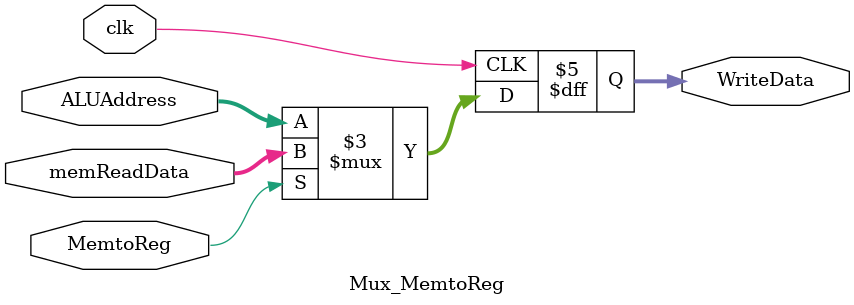
<source format=v>
module Mux_MemtoReg (
    input MemtoReg,
    input [7:0] ALUAddress,
    input [7:0] memReadData,
    input clk,
    output reg [7:0] WriteData

);

always @(posedge clk) begin
    if(MemtoReg)
    WriteData<=memReadData;
    else
    WriteData<=ALUAddress;
end 

    
endmodule
</source>
